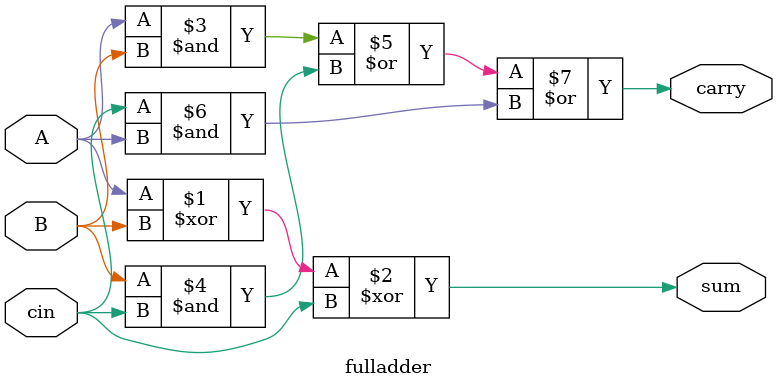
<source format=v>
module fulladder(A,B,cin,sum,carry);

input A,B,cin;
output sum,carry;
assign sum=A^B^cin;
assign carry=(A&B)|(B&cin)|(cin&A);

endmodule

</source>
